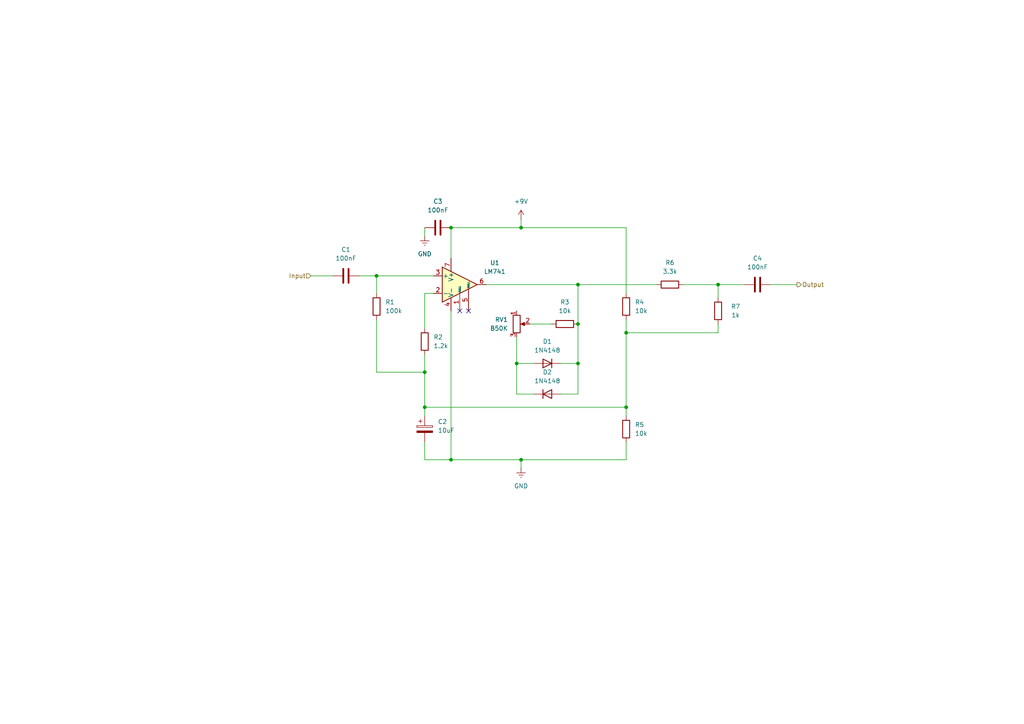
<source format=kicad_sch>
(kicad_sch (version 20250114) (generator "eeschema") (generator_version "9.0")
  (paper "A4")
  (lib_symbols
    (symbol "Amplifier_Operational:LM741" (pin_names (offset 0.127))
      (property "Reference" "U" (at 0 6.35 0))
      (property "Value" "LM741" (at 0 3.81 0))
      (symbol "LM741_0_1"
        (polyline (pts (xy -5.08 5.08) (xy 5.08 0) (xy -5.08 -5.08) (xy -5.08 5.08)) (stroke (width 0.254)) (fill (type background)))
      )
      (symbol "LM741_1_1"
        (pin input line (at -7.62 2.54 0) (length 2.54) (name "+") (number "3"))
        (pin input line (at -7.62 -2.54 0) (length 2.54) (name "-") (number "2"))
        (pin power_in line (at -2.54 7.62 270) (length 3.81) (name "V+") (number "7"))
        (pin power_in line (at -2.54 -7.62 90) (length 3.81) (name "V-") (number "4"))
        (pin no_connect line (at 0 2.54 270) (length 2.54) (hide yes) (name "NC") (number "8"))
        (pin input line (at 0 -7.62 90) (length 5.08) (name "NULL") (number "1"))
        (pin input line (at 2.54 -7.62 90) (length 6.35) (name "NULL") (number "5"))
        (pin output line (at 7.62 0 180) (length 2.54) (name "~") (number "6"))
      )
    )
    (symbol "Device:C" (pin_numbers (hide yes)) (pin_names (offset 0.254))
      (property "Reference" "C" (at 0.635 2.54 0))
      (property "Value" "C" (at 0.635 -2.54 0))
      (symbol "C_0_1"
        (polyline (pts (xy -2.032 0.762) (xy 2.032 0.762)) (stroke (width 0.508)))
        (polyline (pts (xy -2.032 -0.762) (xy 2.032 -0.762)) (stroke (width 0.508)))
      )
      (symbol "C_1_1"
        (pin passive line (at 0 3.81 270) (length 2.794) (name "~") (number "1"))
        (pin passive line (at 0 -3.81 90) (length 2.794) (name "~") (number "2"))
      )
    )
    (symbol "Device:C_Polarized" (pin_numbers (hide yes)) (pin_names (offset 0.254))
      (property "Reference" "C" (at 0.635 2.54 0))
      (property "Value" "C_Polarized" (at 0.635 -2.54 0))
      (symbol "C_Polarized_0_1"
        (rectangle (start -2.286 0.508) (end 2.286 1.016))
        (polyline (pts (xy -1.778 2.286) (xy -0.762 2.286)))
        (polyline (pts (xy -1.27 2.794) (xy -1.27 1.778)))
        (rectangle (start 2.286 -0.508) (end -2.286 -1.016) (fill (type outline)))
      )
      (symbol "C_Polarized_1_1"
        (pin passive line (at 0 3.81 270) (length 2.794) (name "~") (number "1"))
        (pin passive line (at 0 -3.81 90) (length 2.794) (name "~") (number "2"))
      )
    )
    (symbol "Device:R" (pin_numbers (hide yes)) (pin_names (offset 0))
      (property "Reference" "R" (at 2.032 0 90))
      (property "Value" "R" (at 0 0 90))
      (symbol "R_0_1"
        (rectangle (start -1.016 -2.54) (end 1.016 2.54) (stroke (width 0.254)))
      )
      (symbol "R_1_1"
        (pin passive line (at 0 3.81 270) (length 1.27) (name "~") (number "1"))
        (pin passive line (at 0 -3.81 90) (length 1.27) (name "~") (number "2"))
      )
    )
    (symbol "Device:R_Potentiometer" (pin_names (offset 1.016) (hide yes))
      (property "Reference" "RV" (at -4.445 0 90))
      (property "Value" "R_Potentiometer" (at -2.54 0 90))
      (symbol "R_Potentiometer_0_1"
        (rectangle (start 1.016 2.54) (end -1.016 -2.54) (stroke (width 0.254)))
        (polyline (pts (xy 1.143 0) (xy 2.286 0.508) (xy 2.286 -0.508) (xy 1.143 0)) (fill (type outline)))
        (polyline (pts (xy 2.54 0) (xy 1.524 0)))
      )
      (symbol "R_Potentiometer_1_1"
        (pin passive line (at 0 3.81 270) (length 1.27) (name "1") (number "1"))
        (pin passive line (at 0 -3.81 90) (length 1.27) (name "3") (number "3"))
        (pin passive line (at 3.81 0 180) (length 1.27) (name "2") (number "2"))
      )
    )
    (symbol "Diode:1N4148" (pin_numbers (hide yes)) (pin_names (hide yes))
      (property "Reference" "D" (at 0 2.54 0))
      (property "Value" "1N4148" (at 0 -2.54 0))
      (symbol "1N4148_0_1"
        (polyline (pts (xy -1.27 1.27) (xy -1.27 -1.27)) (stroke (width 0.254)))
        (polyline (pts (xy 1.27 1.27) (xy 1.27 -1.27) (xy -1.27 0) (xy 1.27 1.27)) (stroke (width 0.254)))
        (polyline (pts (xy 1.27 0) (xy -1.27 0)))
      )
      (symbol "1N4148_1_1"
        (pin passive line (at -3.81 0 0) (length 2.54) (name "K") (number "1"))
        (pin passive line (at 3.81 0 180) (length 2.54) (name "A") (number "2"))
      )
    )
    (symbol "power:+9V" (power) (pin_numbers (hide yes)) (pin_names (offset 0) (hide yes))
      (property "Value" "+9V" (at 0 3.556 0))
      (symbol "+9V_0_1"
        (polyline (pts (xy -0.762 1.27) (xy 0 2.54)))
        (polyline (pts (xy 0 2.54) (xy 0.762 1.27)))
        (polyline (pts (xy 0 0) (xy 0 2.54)))
      )
      (symbol "+9V_1_1"
        (pin power_in line (at 0 0 90) (length 0) (name "~") (number "1"))
      )
    )
    (symbol "power:Earth" (power) (pin_numbers (hide yes)) (pin_names (offset 0) (hide yes))
      (property "Value" "Earth" (at 0 -3.81 0))
      (symbol "Earth_0_1"
        (polyline (pts (xy -0.635 -1.905) (xy 0.635 -1.905)))
        (polyline (pts (xy -0.127 -2.54) (xy 0.127 -2.54)))
        (polyline (pts (xy 0 -1.27) (xy 0 0)))
        (polyline (pts (xy 1.27 -1.27) (xy -1.27 -1.27)))
      )
      (symbol "Earth_1_1"
        (pin power_in line (at 0 0 270) (length 0) (name "~") (number "1"))
      )
    )
  )
  (junction (at 208.28 82.55))
  (junction (at 109.22 80.01))
  (junction (at 181.61 118.11))
  (junction (at 167.64 82.55))
  (junction (at 130.81 133.35))
  (junction (at 149.86 105.41))
  (junction (at 167.64 93.98))
  (junction (at 130.81 66.04))
  (junction (at 151.13 66.04))
  (junction (at 151.13 133.35))
  (junction (at 123.19 118.11))
  (junction (at 123.19 107.95))
  (junction (at 181.61 96.52))
  (junction (at 167.64 105.41))
  (no_connect (at 133.35 90.17))
  (no_connect (at 135.89 90.17))
  (wire (pts (xy 208.28 93.98) (xy 208.28 96.52)))
  (wire (pts (xy 208.28 96.52) (xy 181.61 96.52)))
  (wire (pts (xy 109.22 107.95) (xy 123.19 107.95)))
  (wire (pts (xy 123.19 68.58) (xy 123.19 66.04)))
  (wire (pts (xy 130.81 90.17) (xy 130.81 133.35)))
  (wire (pts (xy 123.19 102.87) (xy 123.19 107.95)))
  (wire (pts (xy 123.19 118.11) (xy 181.61 118.11)))
  (wire (pts (xy 123.19 128.27) (xy 123.19 133.35)))
  (wire (pts (xy 153.67 93.98) (xy 160.02 93.98)))
  (wire (pts (xy 130.81 133.35) (xy 151.13 133.35)))
  (wire (pts (xy 90.17 80.01) (xy 96.52 80.01)))
  (wire (pts (xy 162.56 114.3) (xy 167.64 114.3)))
  (wire (pts (xy 123.19 85.09) (xy 125.73 85.09)))
  (wire (pts (xy 167.64 114.3) (xy 167.64 105.41)))
  (wire (pts (xy 123.19 133.35) (xy 130.81 133.35)))
  (wire (pts (xy 149.86 105.41) (xy 154.94 105.41)))
  (wire (pts (xy 149.86 105.41) (xy 149.86 114.3)))
  (wire (pts (xy 167.64 82.55) (xy 190.5 82.55)))
  (wire (pts (xy 162.56 105.41) (xy 167.64 105.41)))
  (wire (pts (xy 149.86 97.79) (xy 149.86 105.41)))
  (wire (pts (xy 151.13 66.04) (xy 181.61 66.04)))
  (wire (pts (xy 167.64 105.41) (xy 167.64 93.98)))
  (wire (pts (xy 149.86 114.3) (xy 154.94 114.3)))
  (wire (pts (xy 181.61 133.35) (xy 181.61 128.27)))
  (wire (pts (xy 104.14 80.01) (xy 109.22 80.01)))
  (wire (pts (xy 208.28 82.55) (xy 208.28 86.36)))
  (wire (pts (xy 130.81 66.04) (xy 151.13 66.04)))
  (wire (pts (xy 151.13 135.89) (xy 151.13 133.35)))
  (wire (pts (xy 181.61 96.52) (xy 181.61 118.11)))
  (wire (pts (xy 167.64 82.55) (xy 167.64 93.98)))
  (wire (pts (xy 181.61 66.04) (xy 181.61 85.09)))
  (wire (pts (xy 181.61 118.11) (xy 181.61 120.65)))
  (wire (pts (xy 109.22 80.01) (xy 109.22 85.09)))
  (wire (pts (xy 151.13 63.5) (xy 151.13 66.04)))
  (wire (pts (xy 223.52 82.55) (xy 231.14 82.55)))
  (wire (pts (xy 151.13 133.35) (xy 181.61 133.35)))
  (wire (pts (xy 123.19 95.25) (xy 123.19 85.09)))
  (wire (pts (xy 198.12 82.55) (xy 208.28 82.55)))
  (wire (pts (xy 109.22 92.71) (xy 109.22 107.95)))
  (wire (pts (xy 123.19 120.65) (xy 123.19 118.11)))
  (wire (pts (xy 109.22 80.01) (xy 125.73 80.01)))
  (wire (pts (xy 130.81 74.93) (xy 130.81 66.04)))
  (wire (pts (xy 181.61 92.71) (xy 181.61 96.52)))
  (wire (pts (xy 123.19 118.11) (xy 123.19 107.95)))
  (wire (pts (xy 208.28 82.55) (xy 215.9 82.55)))
  (wire (pts (xy 140.97 82.55) (xy 167.64 82.55)))
  (hierarchical_label "Input" (shape input) (at 90.17 80.01 180))
  (hierarchical_label "Output" (shape output) (at 231.14 82.55 0))
  (symbol (lib_id "Device:R") (at 194.31 82.55 90) (unit 1)
    (property "Reference" "R6" (at 194.31 76.2 90))
    (property "Value" "3.3k" (at 194.31 78.74 90))
    (property "Footprint" "Resistor_THT:R_Axial_DIN0207_L6.3mm_D2.5mm_P7.62mm_Horizontal" (effects (hide yes)))
    (property "Description" "Resistor" (effects (hide yes)))
  )
  (symbol (lib_id "Device:R") (at 208.28 90.17 0) (unit 1)
    (property "Reference" "R7" (at 213.36 88.9 0))
    (property "Value" "1k" (at 213.36 91.44 0))
    (property "Footprint" "Resistor_THT:R_Axial_DIN0207_L6.3mm_D2.5mm_P7.62mm_Horizontal" (effects (hide yes)))
    (property "Description" "Resistor" (effects (hide yes)))
  )
  (symbol (lib_id "Device:R") (at 181.61 124.46 180) (unit 1)
    (property "Reference" "R5" (at 184.15 123.1899 0) (effects (justify right)))
    (property "Value" "10k" (at 184.15 125.7299 0) (effects (justify right)))
    (property "Footprint" "Resistor_THT:R_Axial_DIN0207_L6.3mm_D2.5mm_P7.62mm_Horizontal" (effects (hide yes)))
    (property "Description" "Resistor" (effects (hide yes)))
  )
  (symbol (lib_id "Device:C") (at 100.33 80.01 90) (unit 1)
    (property "Reference" "C1" (at 100.33 72.39 90))
    (property "Value" "100nF" (at 100.33 74.93 90))
    (property "Footprint" "Capacitor_THT:C_Rect_L4.0mm_W2.5mm_P2.50mm" (effects (hide yes)))
    (property "Description" "Unpolarized capacitor" (effects (hide yes)))
  )
  (symbol (lib_id "Device:C_Polarized") (at 123.19 124.46 0) (unit 1)
    (property "Reference" "C2" (at 127 122.3009 0) (effects (justify left)))
    (property "Value" "10uF" (at 127 124.8409 0) (effects (justify left)))
    (property "Footprint" "Capacitor_THT:CP_Radial_D5.0mm_P2.00mm" (effects (hide yes)))
    (property "Description" "Polarized capacitor" (effects (hide yes)))
  )
  (symbol (lib_id "Diode:1N4148") (at 158.75 105.41 180) (unit 1)
    (property "Reference" "D1" (at 158.75 99.06 0))
    (property "Value" "1N4148" (at 158.75 101.6 0))
    (property "Footprint" "Diode_THT:D_DO-35_SOD27_P7.62mm_Horizontal" (effects (hide yes)))
    (property "Datasheet" "https://assets.nexperia.com/documents/data-sheet/1N4148_1N4448.pdf" (effects (hide yes)))
    (property "Description" "100V 0.15A standard switching diode, DO-35" (effects (hide yes)))
    (property "Sim.Device" "D" (effects (hide yes)))
    (property "Sim.Pins" "1=K 2=A" (effects (hide yes)))
  )
  (symbol (lib_id "Amplifier_Operational:LM741") (at 133.35 82.55 0) (unit 1)
    (property "Reference" "U1" (at 143.51 76.2314 0))
    (property "Value" "LM741" (at 143.51 78.7714 0))
    (property "Footprint" "Package_DIP:DIP-8_W7.62mm" (effects (hide yes)))
    (property "Datasheet" "http://www.ti.com/lit/ds/symlink/lm741.pdf" (effects (hide yes)))
    (property "Description" "Operational Amplifier, DIP-8/TO-99-8" (effects (hide yes)))
  )
  (symbol (lib_id "power:Earth") (at 123.19 68.58 0) (unit 1)
    (property "Reference" "#PWR01" (effects (hide yes)))
    (property "Value" "GND" (at 123.19 73.66 0))
    (property "Description" "Power symbol creates a global label with name \"Earth\"" (effects (hide yes)))
  )
  (symbol (lib_id "Device:C") (at 127 66.04 90) (unit 1)
    (property "Reference" "C3" (at 127 58.42 90))
    (property "Value" "100nF" (at 127 60.96 90))
    (property "Footprint" "Capacitor_THT:C_Rect_L4.0mm_W2.5mm_P2.50mm" (effects (hide yes)))
    (property "Description" "Unpolarized capacitor" (effects (hide yes)))
  )
  (symbol (lib_id "Device:R_Potentiometer") (at 149.86 93.98 0) (unit 1)
    (property "Reference" "RV1" (at 147.32 92.7099 0) (effects (justify right)))
    (property "Value" "B50K" (at 147.32 95.2499 0) (effects (justify right)))
    (property "Footprint" "Potentiometer_THT:Potentiometer_Vishay_148-149_Single_Horizontal" (effects (hide yes)))
    (property "Description" "Potentiometer" (effects (hide yes)))
  )
  (symbol (lib_id "Device:R") (at 109.22 88.9 180) (unit 1)
    (property "Reference" "R1" (at 111.76 87.6299 0) (effects (justify right)))
    (property "Value" "100k" (at 111.76 90.1699 0) (effects (justify right)))
    (property "Footprint" "Resistor_THT:R_Axial_DIN0207_L6.3mm_D2.5mm_P7.62mm_Horizontal" (effects (hide yes)))
    (property "Description" "Resistor" (effects (hide yes)))
  )
  (symbol (lib_id "power:+9V") (at 151.13 63.5 0) (unit 1)
    (property "Reference" "#PWR02" (effects (hide yes)))
    (property "Value" "+9V" (at 151.13 58.42 0))
    (property "Description" "Power symbol creates a global label with name \"+9V\"" (effects (hide yes)))
  )
  (symbol (lib_id "power:Earth") (at 151.13 135.89 0) (unit 1)
    (property "Reference" "#PWR03" (effects (hide yes)))
    (property "Value" "GND" (at 151.13 140.97 0))
    (property "Description" "Power symbol creates a global label with name \"Earth\"" (effects (hide yes)))
  )
  (symbol (lib_id "Diode:1N4148") (at 158.75 114.3 0) (unit 1)
    (property "Reference" "D2" (at 158.75 107.95 0))
    (property "Value" "1N4148" (at 158.75 110.49 0))
    (property "Footprint" "Diode_THT:D_DO-35_SOD27_P7.62mm_Horizontal" (effects (hide yes)))
    (property "Datasheet" "https://assets.nexperia.com/documents/data-sheet/1N4148_1N4448.pdf" (effects (hide yes)))
    (property "Description" "100V 0.15A standard switching diode, DO-35" (effects (hide yes)))
    (property "Sim.Device" "D" (effects (hide yes)))
    (property "Sim.Pins" "1=K 2=A" (effects (hide yes)))
  )
  (symbol (lib_id "Device:R") (at 123.19 99.06 180) (unit 1)
    (property "Reference" "R2" (at 125.73 97.7899 0) (effects (justify right)))
    (property "Value" "1.2k" (at 125.73 100.3299 0) (effects (justify right)))
    (property "Footprint" "Resistor_THT:R_Axial_DIN0207_L6.3mm_D2.5mm_P7.62mm_Horizontal" (effects (hide yes)))
    (property "Description" "Resistor" (effects (hide yes)))
  )
  (symbol (lib_id "Device:R") (at 163.83 93.98 270) (unit 1)
    (property "Reference" "R3" (at 163.83 87.63 90))
    (property "Value" "10k" (at 163.83 90.17 90))
    (property "Footprint" "Resistor_THT:R_Axial_DIN0207_L6.3mm_D2.5mm_P7.62mm_Horizontal" (effects (hide yes)))
    (property "Description" "Resistor" (effects (hide yes)))
  )
  (symbol (lib_id "Device:R") (at 181.61 88.9 180) (unit 1)
    (property "Reference" "R4" (at 184.15 87.6299 0) (effects (justify right)))
    (property "Value" "10k" (at 184.15 90.1699 0) (effects (justify right)))
    (property "Footprint" "Resistor_THT:R_Axial_DIN0207_L6.3mm_D2.5mm_P7.62mm_Horizontal" (effects (hide yes)))
    (property "Description" "Resistor" (effects (hide yes)))
  )
  (symbol (lib_id "Device:C") (at 219.71 82.55 270) (unit 1)
    (property "Reference" "C4" (at 219.71 74.93 90))
    (property "Value" "100nF" (at 219.71 77.47 90))
    (property "Footprint" "Capacitor_THT:C_Rect_L4.0mm_W2.5mm_P2.50mm" (effects (hide yes)))
    (property "Description" "Unpolarized capacitor" (effects (hide yes)))
  )
)
</source>
